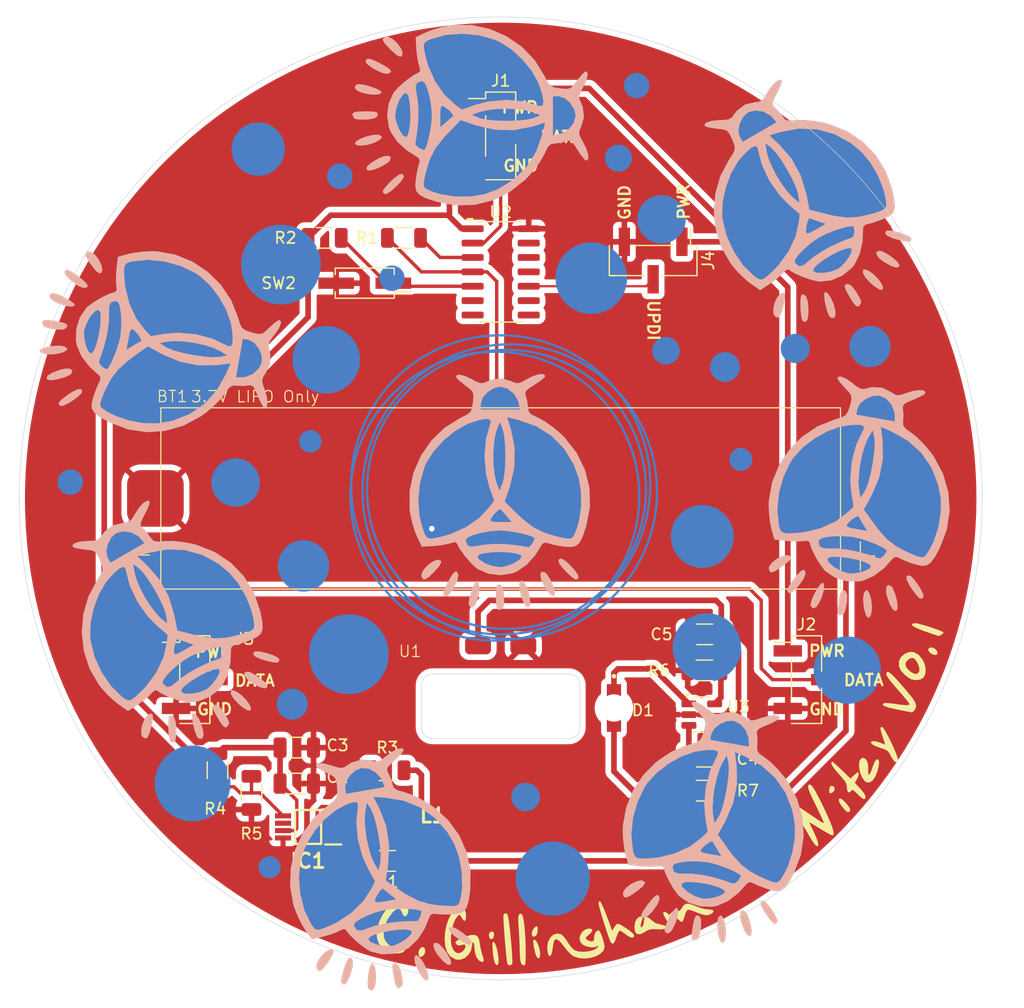
<source format=kicad_pcb>
(kicad_pcb (version 20221018) (generator pcbnew)
  (layers (0 "F.Cu" signal) (31 "B.Cu" signal) (34 "B.Paste" user) (35 "F.Paste" user) (36 "B.SilkS" user "B.Silkscreen") (37 "F.SilkS" user "F.Silkscreen") (38 "B.Mask" user) (39 "F.Mask" user) (44 "Edge.Cuts" user))
  (net 0 "")
  (net 1 "Net-(U2-PA6)")
  (net 2 "VBATT")
  (net 3 "GND")
  (net 4 "+5V")
  (net 5 "Net-(U1-V+)")
  (net 6 "Net-(IC1-LX)")
  (net 7 "Net-(IC1-EN)")
  (net 8 "Net-(IC1-FB)")
  (net 10 "Net-(J1-Pin_2)")
  (net 11 "Net-(J2-Pin_2)")
  (net 12 "Net-(U2-PA7)")
  (net 13 "Net-(U3-PROG)")
  (net 14 "Net-(J4-Pin_2)")
  (net 15 "Net-(U2-PA5)")
  (net 23 "Net-(U3-STAT)")
  (net 24 "Net-(D1-PadA)")
  (footprint "Resistor_SMD:R_1206_3216Metric" (layer "F.Cu") (at 134.4625 77)
    (fp_text reference "R2" (at -3.4625 0) (layer "F.SilkS"))
    (fp_text value "10k")
    (pad "1" smd roundrect (at -1.4625 0) (size 1.125 1.75) (layers "F.Cu" "F.Paste" "F.Mask") (roundrect_rratio 0.2222222222) (net 4 "+5V"))
    (pad "2" smd roundrect (at 1.4625 0) (size 1.125 1.75) (layers "F.Cu" "F.Paste" "F.Mask") (roundrect_rratio 0.2222222222) (net 12 "Net-(U2-PA7)"))
  )
  (footprint "Resistor_SMD:R_1206_3216Metric" (layer "F.Cu") (at 125 124 90)
    (fp_text reference "R4" (at -3.4 -0.2 180) (layer "F.SilkS"))
    (fp_text value "750K")
    (pad "1" smd roundrect (at -1.4625 0 90) (size 1.125 1.75) (layers "F.Cu" "F.Paste" "F.Mask") (roundrect_rratio 0.2222222222) (net 8 "Net-(IC1-FB)"))
    (pad "2" smd roundrect (at 1.4625 0 90) (size 1.125 1.75) (layers "F.Cu" "F.Paste" "F.Mask") (roundrect_rratio 0.2222222222) (net 4 "+5V"))
  )
  (footprint "Capacitor_SMD:C_1206_3216Metric" (layer "F.Cu") (at 140 132 180)
    (fp_text reference "C1" (at 0 -1.85) (layer "F.SilkS"))
    (fp_text value "22uF")
    (pad "1" smd roundrect (at -1.475 0 180) (size 1.15 1.8) (layers "F.Cu" "F.Paste" "F.Mask") (roundrect_rratio 0.2173913043) (net 2 "VBATT"))
    (pad "2" smd roundrect (at 1.475 0 180) (size 1.15 1.8) (layers "F.Cu" "F.Paste" "F.Mask") (roundrect_rratio 0.2173913043) (net 3 "GND"))
  )
  (footprint "SRN2510BTA-2R2M:SRN2510BTA2R2M" (layer "F.Cu") (at 140 128 -90)
    (fp_text reference "L1" (at 0 -4 -180) (layer "F.SilkS") (effects (font (size 1.27 1.27) (thickness 0.254))))
    (fp_text value "SRN2510BTA-2R2M" hide)
    (pad "1" smd rect (at -0.925 0 270) (size 1.15 2.5) (layers "F.Cu" "F.Paste" "F.Mask") (net 2 "VBATT"))
    (pad "2" smd rect (at 0.925 0 270) (size 1.15 2.5) (layers "F.Cu" "F.Paste" "F.Mask") (net 6 "Net-(IC1-LX)"))
  )
  (footprint "myFootprintDesigns:USB-C_PWR" (layer "F.Cu") (at 150 118.5)
    (fp_text reference "U1" (at -8 -5 unlocked) (layer "F.SilkS") (effects (font (thickness 0.1))))
    (fp_text value "USB-C_PWR")
    (fp_line (start -7 -2) (end -7 1.7) (stroke (width 0.05)) (layer "Edge.Cuts"))
    (fp_line (start -6 2.7) (end 6 2.7) (stroke (width 0.05)) (layer "Edge.Cuts"))
    (fp_line (start 6 -3) (end -6 -3) (stroke (width 0.05)) (layer "Edge.Cuts"))
    (fp_line (start 7 -2) (end 7 1.7) (stroke (width 0.05)) (layer "Edge.Cuts"))
    (fp_arc (start -7 -2) (mid -6.707107 -2.707107) (end -6 -3) (stroke (width 0.05)) (layer "Edge.Cuts"))
    (fp_arc (start -6 2.7) (mid -6.707107 2.407107) (end -7 1.7) (stroke (width 0.05)) (layer "Edge.Cuts"))
    (fp_arc (start 6 -3) (mid 6.707107 -2.707107) (end 7 -2) (stroke (width 0.05)) (layer "Edge.Cuts"))
    (fp_arc (start 7 1.7) (mid 6.707107 2.407107) (end 6 2.7) (stroke (width 0.05)) (layer "Edge.Cuts"))
    (pad "1" smd roundrect (at -2 -5.5) (size 2.286 1.524) (layers "F.Cu" "F.Paste" "F.Mask") (net 5 "Net-(U1-V+)"))
    (pad "2" smd roundrect (at 2 -5.5) (size 2.286 1.524) (layers "F.Cu" "F.Paste" "F.Mask") (net 3 "GND"))
  )
  (footprint "Resistor_SMD:R_1206_3216Metric" (layer "F.Cu") (at 141.4625 77 180)
    (fp_text reference "R1" (at 3.2625 0) (layer "F.SilkS"))
    (fp_text value "10k")
    (pad "1" smd roundrect (at -1.4625 0 180) (size 1.125 1.75) (layers "F.Cu" "F.Paste" "F.Mask") (roundrect_rratio 0.2222222222) (net 15 "Net-(U2-PA5)"))
    (pad "2" smd roundrect (at 1.4625 0 180) (size 1.125 1.75) (layers "F.Cu" "F.Paste" "F.Mask") (roundrect_rratio 0.2222222222) (net 1 "Net-(U2-PA6)"))
  )
  (footprint "IN-S124ARUW:LED_IN-S124ARUW" (layer "F.Cu") (at 160 118.5 -90)
    (fp_text reference "D1" (at 0.2 -2.56) (layer "F.SilkS") (effects (font (size 1.002709 1.002709))))
    (fp_text value "IN-S124ARUW")
    (fp_line (start -1.075 0.55) (end -1.025 0.625) (stroke (width 0.0001)) (layer "F.Cu"))
    (fp_line (start 1.075 0.55) (end 1.025 0.625) (stroke (width 0.0001)) (layer "B.Cu"))
    (fp_circle (center 0 0) (end 1.2 0) (stroke (width 0.01)) (fill none) (layer "Edge.Cuts"))
    (pad "" np_thru_hole circle (at 0 0 270) (size 2.4 2.4) (drill 2.4) (layers "*.Cu" "*.Mask"))
    (pad "A" smd custom (at 1.56 0 270) (size 0.381 0.381) (layers "F.Cu") (net 24 "Net-(D1-PadA)") (options (clearance outline) (anchor rect)) (primitives (gr_poly (pts (xy 0.54 0.625) (xy -0.535 0.625) (xy -0.512 0.587) (xy -0.491 0.549) (xy -0.472 0.51) (xy -0.453 0.47) (xy -0.437 0.429) (xy -0.421 0.388) (xy -0.408 0.346) (xy -0.396 0.304) (xy -0.385 0.261) (xy -0.376 0.218) (xy -0.369 0.175) (xy -0.363 0.131) (xy -0.359 0.088) (xy -0.357 0.044) (xy -0.356 0) (xy -0.357 -0.044) (xy -0.359 -0.088) (xy -0.363 -0.131) (xy -0.369 -0.175) (xy -0.376 -0.218) (xy -0.385 -0.261) (xy -0.396 -0.304) (xy -0.408 -0.346) (xy -0.421 -0.388) (xy -0.437 -0.429) (xy -0.453 -0.47) (xy -0.472 -0.51) (xy -0.491 -0.549) (xy -0.512 -0.587) (xy -0.535 -0.625) (xy 0.54 -0.625) (xy 0.54 0.625)) (width 0.01) (fill yes))))
    (pad "C" smd custom (at -1.56 0 270) (size 0.381 0.381) (layers "F.Cu") (net 23 "Net-(U3-STAT)") (options (clearance outline) (anchor rect)) (primitives (gr_poly (pts (xy -0.54 0.625) (xy 0.535 0.625) (xy 0.512 0.587) (xy 0.491 0.549) (xy 0.472 0.51) (xy 0.453 0.47) (xy 0.437 0.429) (xy 0.421 0.388) (xy 0.408 0.346) (xy 0.396 0.304) (xy 0.385 0.261) (xy 0.376 0.218) (xy 0.369 0.175) (xy 0.363 0.131) (xy 0.359 0.088) (xy 0.357 0.044) (xy 0.356 0) (xy 0.357 -0.044) (xy 0.359 -0.088) (xy 0.363 -0.131) (xy 0.369 -0.175) (xy 0.376 -0.218) (xy 0.385 -0.261) (xy 0.396 -0.304) (xy 0.408 -0.346) (xy 0.421 -0.388) (xy 0.437 -0.429) (xy 0.453 -0.47) (xy 0.472 -0.51) (xy 0.491 -0.549) (xy 0.512 -0.587) (xy 0.535 -0.625) (xy -0.54 -0.625) (xy -0.54 0.625)) (width 0.01) (fill yes))))
  )
  (footprint "Capacitor_SMD:C_1206_3216Metric" (layer "F.Cu") (at 168 122.8)
    (fp_text reference "C4" (at 3.8 0.2) (layer "F.SilkS"))
    (fp_text value "10uF")
    (pad "1" smd roundrect (at -1.475 0) (size 1.15 1.8) (layers "F.Cu" "F.Paste" "F.Mask") (roundrect_rratio 0.2173913043) (net 2 "VBATT"))
    (pad "2" smd roundrect (at 1.475 0) (size 1.15 1.8) (layers "F.Cu" "F.Paste" "F.Mask") (roundrect_rratio 0.2173913043) (net 3 "GND"))
  )
  (footprint "PAM2401:SOP65P490X110-8N" (layer "F.Cu") (at 133 129 180)
    (fp_text reference "IC1" (at 0 -3) (layer "F.SilkS") (effects (font (size 1.27 1.27) (thickness 0.254))))
    (fp_text value "PAM2401SCADJ" hide)
    (pad "1" smd rect (at -2.212 -0.975 270) (size 0.45 1.425) (layers "F.Cu" "F.Paste" "F.Mask") (net 6 "Net-(IC1-LX)"))
    (pad "2" smd rect (at -2.212 -0.325 270) (size 0.45 1.425) (layers "F.Cu" "F.Paste" "F.Mask") (net 7 "Net-(IC1-EN)"))
    (pad "3" smd rect (at -2.212 0.325 270) (size 0.45 1.425) (layers "F.Cu" "F.Paste" "F.Mask") (net 2 "VBATT"))
    (pad "4" smd rect (at -2.212 0.975 270) (size 0.45 1.425) (layers "F.Cu" "F.Paste" "F.Mask") (net 3 "GND"))
    (pad "5" smd rect (at 2.212 0.975 270) (size 0.45 1.425) (layers "F.Cu" "F.Paste" "F.Mask") (net 8 "Net-(IC1-FB)"))
    (pad "6" smd rect (at 2.212 0.325 270) (size 0.45 1.425) (layers "F.Cu" "F.Paste" "F.Mask"))
    (pad "7" smd rect (at 2.212 -0.325 270) (size 0.45 1.425) (layers "F.Cu" "F.Paste" "F.Mask") (net 4 "+5V"))
    (pad "8" smd rect (at 2.212 -0.975 270) (size 0.45 1.425) (layers "F.Cu" "F.Paste" "F.Mask") (net 3 "GND"))
  )
  (footprint "Package_SO:SOIC-14_3.9x8.7mm_P1.27mm" (layer "F.Cu") (at 150 80)
    (fp_text reference "U2" (at 0 -5.28) (layer "F.SilkS"))
    (fp_text value "ATtiny1614-SS")
    (pad "1" smd roundrect (at -2.475 -3.81) (size 1.95 0.6) (layers "F.Cu" "F.Paste" "F.Mask") (net 4 "+5V"))
    (pad "2" smd roundrect (at -2.475 -2.54) (size 1.95 0.6) (layers "F.Cu" "F.Paste" "F.Mask") (net 10 "Net-(J1-Pin_2)"))
    (pad "3" smd roundrect (at -2.475 -1.27) (size 1.95 0.6) (layers "F.Cu" "F.Paste" "F.Mask") (net 15 "Net-(U2-PA5)"))
    (pad "4" smd roundrect (at -2.475 0) (size 1.95 0.6) (layers "F.Cu" "F.Paste" "F.Mask") (net 1 "Net-(U2-PA6)"))
    (pad "5" smd roundrect (at -2.475 1.27) (size 1.95 0.6) (layers "F.Cu" "F.Paste" "F.Mask") (net 12 "Net-(U2-PA7)"))
    (pad "6" smd roundrect (at -2.475 2.54) (size 1.95 0.6) (layers "F.Cu" "F.Paste" "F.Mask"))
    (pad "7" smd roundrect (at -2.475 3.81) (size 1.95 0.6) (layers "F.Cu" "F.Paste" "F.Mask"))
    (pad "8" smd roundrect (at 2.475 3.81) (size 1.95 0.6) (layers "F.Cu" "F.Paste" "F.Mask"))
    (pad "9" smd roundrect (at 2.475 2.54) (size 1.95 0.6) (layers "F.Cu" "F.Paste" "F.Mask"))
    (pad "10" smd roundrect (at 2.475 1.27) (size 1.95 0.6) (layers "F.Cu" "F.Paste" "F.Mask") (net 14 "Net-(J4-Pin_2)"))
    (pad "11" smd roundrect (at 2.475 0) (size 1.95 0.6) (layers "F.Cu" "F.Paste" "F.Mask"))
    (pad "12" smd roundrect (at 2.475 -1.27) (size 1.95 0.6) (layers "F.Cu" "F.Paste" "F.Mask"))
    (pad "13" smd roundrect (at 2.475 -2.54) (size 1.95 0.6) (layers "F.Cu" "F.Paste" "F.Mask"))
    (pad "14" smd roundrect (at 2.475 -3.81) (size 1.95 0.6) (layers "F.Cu" "F.Paste" "F.Mask") (net 3 "GND"))
  )
  (footprint "Resistor_SMD:R_1206_3216Metric" (layer "F.Cu") (at 167.98 115.18125 180)
    (fp_text reference "R6" (at 3.98 0 180) (layer "F.SilkS"))
    (fp_text value "10k")
    (pad "1" smd roundrect (at -1.4625 0 180) (size 1.125 1.75) (layers "F.Cu" "F.Paste" "F.Mask") (roundrect_rratio 0.2222222222) (net 13 "Net-(U3-PROG)"))
    (pad "2" smd roundrect (at 1.4625 0 180) (size 1.125 1.75) (layers "F.Cu" "F.Paste" "F.Mask") (roundrect_rratio 0.2222222222) (net 3 "GND"))
  )
  (footprint "Connector_PinHeader_2.54mm:PinHeader_1x03_P2.54mm_Vertical_SMD_Pin1Left" (layer "F.Cu") (at 163.46 79 -90)
    (fp_text reference "J4" (at 0 -4.87 90) (layer "F.SilkS"))
    (fp_text value "Conn_01x03")
    (pad "1" smd rect (at -1.655 -2.54 270) (size 2.51 1) (layers "F.Cu" "F.Paste" "F.Mask") (net 4 "+5V"))
    (pad "2" smd rect (at 1.655 0 270) (size 2.51 1) (layers "F.Cu" "F.Paste" "F.Mask") (net 14 "Net-(J4-Pin_2)"))
    (pad "3" smd rect (at -1.655 2.54 270) (size 2.51 1) (layers "F.Cu" "F.Paste" "F.Mask") (net 3 "GND"))
  )
  (footprint "Resistor_SMD:R_1206_3216Metric" (layer "F.Cu") (at 128 126 90)
    (fp_text reference "R5" (at -3.6 0 180) (layer "F.SilkS"))
    (fp_text value "100K")
    (pad "1" smd roundrect (at -1.4625 0 90) (size 1.125 1.75) (layers "F.Cu" "F.Paste" "F.Mask") (roundrect_rratio 0.2222222222) (net 3 "GND"))
    (pad "2" smd roundrect (at 1.4625 0 90) (size 1.125 1.75) (layers "F.Cu" "F.Paste" "F.Mask") (roundrect_rratio 0.2222222222) (net 8 "Net-(IC1-FB)"))
  )
  (footprint "Connector_PinHeader_2.54mm:PinHeader_1x03_P2.54mm_Vertical_SMD_Pin1Left" (layer "F.Cu") (at 177 116)
    (fp_text reference "J2" (at 0 -4.87) (layer "F.SilkS"))
    (fp_text value "Conn_01x03")
    (pad "1" smd rect (at -1.655 -2.54) (size 2.51 1) (layers "F.Cu" "F.Paste" "F.Mask") (net 4 "+5V"))
    (pad "2" smd rect (at 1.655 0) (size 2.51 1) (layers "F.Cu" "F.Paste" "F.Mask") (net 11 "Net-(J2-Pin_2)"))
    (pad "3" smd rect (at -1.655 2.54) (size 2.51 1) (layers "F.Cu" "F.Paste" "F.Mask") (net 3 "GND"))
  )
  (footprint "Resistor_SMD:R_1206_3216Metric" (layer "F.Cu") (at 168 125.8 180)
    (fp_text reference "R7" (at -3.82 0 180) (layer "F.SilkS"))
    (fp_text value "1K")
    (pad "1" smd roundrect (at -1.5 0 180) (size 1.125 1.75) (layers "F.Cu" "F.Paste" "F.Mask") (roundrect_rratio 0.2222222222) (net 5 "Net-(U1-V+)"))
    (pad "2" smd roundrect (at 1.4625 0 180) (size 1.125 1.75) (layers "F.Cu" "F.Paste" "F.Mask") (roundrect_rratio 0.2222222222) (net 24 "Net-(D1-PadA)"))
  )
  (footprint "Connector_PinHeader_2.54mm:PinHeader_1x03_P2.54mm_Vertical_SMD_Pin1Left" (layer "F.Cu") (at 123 116)
    (fp_text reference "J3" (at 4.4 -3.6) (layer "F.SilkS"))
    (fp_text value "Conn_01x03")
    (pad "1" smd rect (at -1.655 -2.54) (size 2.51 1) (layers "F.Cu" "F.Paste" "F.Mask") (net 4 "+5V"))
    (pad "2" smd rect (at 1.655 0) (size 2.51 1) (layers "F.Cu" "F.Paste" "F.Mask") (net 11 "Net-(J2-Pin_2)"))
    (pad "3" smd rect (at -1.655 2.54) (size 2.51 1) (layers "F.Cu" "F.Paste" "F.Mask") (net 3 "GND"))
  )
  (footprint "Package_TO_SOT_SMD:SOT-23-5" (layer "F.Cu") (at 167.75 119.0875)
    (fp_text reference "U3" (at 3.25 -0.6875 180) (layer "F.SilkS"))
    (fp_text value "MCP73831-2-OT")
    (pad "1" smd roundrect (at -1.1375 -0.95) (size 1.325 0.6) (layers "F.Cu" "F.Paste" "F.Mask") (net 23 "Net-(U3-STAT)"))
    (pad "2" smd roundrect (at -1.1375 0) (size 1.325 0.6) (layers "F.Cu" "F.Paste" "F.Mask") (net 3 "GND"))
    (pad "3" smd roundrect (at -1.1375 0.95) (size 1.325 0.6) (layers "F.Cu" "F.Paste" "F.Mask") (net 2 "VBATT"))
    (pad "4" smd roundrect (at 1.1375 0.95) (size 1.325 0.6) (layers "F.Cu" "F.Paste" "F.Mask") (net 5 "Net-(U1-V+)"))
    (pad "5" smd roundrect (at 1.1375 -0.95) (size 1.325 0.6) (layers "F.Cu" "F.Paste" "F.Mask") (net 13 "Net-(U3-PROG)"))
  )
  (footprint "Capacitor_SMD:C_1206_3216Metric" (layer "F.Cu") (at 132 122)
    (fp_text reference "C3" (at 3.6 -0.2) (layer "F.SilkS"))
    (fp_text value "22uF")
    (pad "1" smd roundrect (at -1.475 0) (size 1.15 1.8) (layers "F.Cu" "F.Paste" "F.Mask") (roundrect_rratio 0.2173913043) (net 4 "+5V"))
    (pad "2" smd roundrect (at 1.475 0) (size 1.15 1.8) (layers "F.Cu" "F.Paste" "F.Mask") (roundrect_rratio 0.2173913043) (net 3 "GND"))
  )
  (footprint "Capacitor_SMD:C_1206_3216Metric" (layer "F.Cu") (at 168 112 180)
    (fp_text reference "C5" (at 3.8 0) (layer "F.SilkS"))
    (fp_text value "4.7uF")
    (pad "1" smd roundrect (at -1.475 0 180) (size 1.15 1.8) (layers "F.Cu" "F.Paste" "F.Mask") (roundrect_rratio 0.2173913043) (net 5 "Net-(U1-V+)"))
    (pad "2" smd roundrect (at 1.475 0 180) (size 1.15 1.8) (layers "F.Cu" "F.Paste" "F.Mask") (roundrect_rratio 0.2173913043) (net 3 "GND"))
  )
  (footprint "myFootprintDesigns:14500 Holder" (layer "F.Cu") (at 150 100)
    (fp_text reference "BT1" (at -29 -9 unlocked) (layer "F.SilkS") (effects (font (thickness 0.1))))
    (fp_text value "Battery_Cell")
    (pad "1" smd roundrect (at 30.48 0) (size 5 5) (layers "F.Cu" "F.Paste" "F.Mask") (net 2 "VBATT"))
    (pad "2" smd roundrect (at -30.48 0) (size 5 5) (layers "F.Cu" "F.Paste" "F.Mask") (net 3 "GND"))
  )
  (footprint "firefly:Untitled" (layer "F.Cu") (at 156.219123 130.698685)
    (fp_text reference "G***" hide)
    (fp_text value "LOGO" hide)
  )
  (footprint "Connector_PinHeader_2.54mm:PinHeader_2x01_P2.54mm_Vertical_SMD" (layer "F.Cu") (at 138 81 180)
    (fp_text reference "SW2" (at 7.6 0) (layer "F.SilkS"))
    (fp_text value "TILT")
    (pad "1" smd rect (at -2.525 0 180) (size 3.15 1) (layers "F.Cu" "F.Paste" "F.Mask") (net 12 "Net-(U2-PA7)"))
    (pad "2" smd rect (at 2.525 0 180) (size 3.15 1) (layers "F.Cu" "F.Paste" "F.Mask") (net 3 "GND"))
  )
  (footprint "Capacitor_SMD:C_1206_3216Metric" (layer "F.Cu") (at 132 125.175)
    (fp_text reference "C2" (at 3.6 -0.575) (layer "F.SilkS"))
    (fp_text value "22uF")
    (pad "1" smd roundrect (at -1.475 0) (size 1.15 1.8) (layers "F.Cu" "F.Paste" "F.Mask") (roundrect_rratio 0.2173913043) (net 4 "+5V"))
    (pad "2" smd roundrect (at 1.475 0) (size 1.15 1.8) (layers "F.Cu" "F.Paste" "F.Mask") (roundrect_rratio 0.2173913043) (net 3 "GND"))
  )
  (footprint "Connector_PinHeader_2.54mm:PinHeader_1x03_P2.54mm_Vertical_SMD_Pin1Left" (layer "F.Cu") (at 150 68)
    (fp_text reference "J1" (at 0 -4.87) (layer "F.SilkS"))
    (fp_text value "Conn_01x03")
    (pad "1" smd rect (at -1.655 -2.54) (size 2.51 1) (layers "F.Cu" "F.Paste" "F.Mask") (net 4 "+5V"))
    (pad "2" smd rect (at 1.655 0) (size 2.51 1) (layers "F.Cu" "F.Paste" "F.Mask") (net 10 "Net-(J1-Pin_2)"))
    (pad "3" smd rect (at -1.655 2.54) (size 2.51 1) (layers "F.Cu" "F.Paste" "F.Mask") (net 3 "GND"))
  )
  (footprint "Resistor_SMD:R_1206_3216Metric" (layer "F.Cu") (at 140 124 180)
    (fp_text reference "R3" (at 0 2) (layer "F.SilkS"))
    (fp_text value "750K")
    (pad "1" smd roundrect (at -1.4625 0 180) (size 1.125 1.75) (layers "F.Cu" "F.Paste" "F.Mask") (roundrect_rratio 0.2222222222) (net 2 "VBATT"))
    (pad "2" smd roundrect (at 1.4625 0 180) (size 1.125 1.75) (layers "F.Cu" "F.Paste" "F.Mask") (roundrect_rratio 0.2222222222) (net 7 "Net-(IC1-EN)"))
  )
  (footprint "myFootprintDesigns:fireflyTouchNB" (layer "B.Cu") (at 120.8 86.35 80)
    (fp_text reference "REF**" hide)
    (fp_text value "fireflyTouchNB")
    (fp_poly (pts (xy -3.597108 9.37927) (xy -3.043792 9.203441) (xy -2.513679 8.936989) (xy -2.009156 8.662391) (xy -1.675745 8.573648) (xy -1.366747 8.649934) (xy -1.170159 8.746269) (xy -0.284077 9.00772) (xy 0.617014 8.899132) (xy 0.972198 8.74911) (xy 1.318808 8.599901) (xy 1.62073 8.59533) (xy 2.016811 8.755801) (xy 2.388749 8.957284) (xy 3.014169 9.245386) (xy 3.480155 9.338807) (xy 3.590375 9.318609) (xy 3.736596 9.225444) (xy 3.718568 9.083262) (xy 3.497104 8.846919) (xy 3.033016 8.471275) (xy 2.516681 8.081793) (xy 2.286056 7.842697) (xy 2.203767 7.506781) (xy 2.239954 6.942547) (xy 2.24621 6.890638) (xy 2.328936 6.371654) (xy 2.478672 6.045726) (xy 2.788089 5.798163) (xy 3.349857 5.514275) (xy 3.363538 5.507801) (xy 4.747856 4.651269) (xy 5.918763 3.522156) (xy 6.844863 2.179933) (xy 7.494763 0.684074) (xy 7.837068 -0.905951) (xy 7.840384 -2.530668) (xy 7.793066 -2.88334) (xy 7.615888 -3.70015) (xy 7.364875 -4.518738) (xy 7.180108 -4.97371) (xy 6.761053 -5.850297) (xy 5.762437 -5.796899) (xy 5.076852 -5.727975) (xy 4.467027 -5.613442) (xy 4.249961 -5.548132) (xy 3.825608 -5.452097) (xy 3.67478 -5.536729) (xy 3.415183 -6.038102) (xy 2.971836 -6.657755) (xy 2.448581 -7.266962) (xy 1.949258 -7.736995) (xy 1.828057 -7.826013) (xy 0.911836 -8.233117) (xy -0.135416 -8.367993) (xy -1.171017 -8.220717) (xy -1.587087 -8.06357) (xy -2.460941 -7.477802) (xy -3.242784 -6.620498) (xy -3.673244 -5.927817) (xy -3.916913 -5.563328) (xy -4.18251 -5.491403) (xy -4.377181 -5.547883) (xy -4.814426 -5.668074) (xy -5.441721 -5.79068) (xy -5.769244 -5.840743) (xy -6.3907 -5.887034) (xy -6.837681 -5.788957) (xy -7.171774 -5.490268) (xy -7.454566 -4.934724) (xy -7.747644 -4.066083) (xy -7.761175 -4.021647) (xy -8.084978 -2.334469) (xy -8.042057 -0.665889) (xy -7.644079 0.942263) (xy -6.902712 2.448159) (xy -5.829624 3.809971) (xy -5.481708 4.150145) (xy -4.817426 4.706858) (xy -4.119473 5.199586) (xy -3.530788 5.528138) (xy -3.492606 5.544366) (xy -2.956249 5.799579) (xy -2.696261 6.04529) (xy -2.623 6.370769) (xy -2.622493 6.410871) (xy -2.550283 7.004381) (xy -2.441042 7.395184) (xy -2.367919 7.681188) (xy -2.451705 7.908672) (xy -2.754663 8.164118) (xy -3.199251 8.448309) (xy -3.705679 8.790333) (xy -4.046587 9.078804) (xy -4.138201 9.217354) (xy -3.989255 9.388627)) (fill solid) (layer "B.Cu"))
  )
  (footprint "myFootprintDesigns:fireflyTouchNB" (layer "B.Cu") (at 168.95 127.75 170)
    (fp_text reference "REF**" hide)
    (fp_text value "fireflyTouchNB")
    (fp_poly (pts (xy -3.597108 9.37927) (xy -3.043792 9.203441) (xy -2.513679 8.936989) (xy -2.009156 8.662391) (xy -1.675745 8.573648) (xy -1.366747 8.649934) (xy -1.170159 8.746269) (xy -0.284077 9.00772) (xy 0.617014 8.899132) (xy 0.972198 8.74911) (xy 1.318808 8.599901) (xy 1.62073 8.59533) (xy 2.016811 8.755801) (xy 2.388749 8.957284) (xy 3.014169 9.245386) (xy 3.480155 9.338807) (xy 3.590375 9.318609) (xy 3.736596 9.225444) (xy 3.718568 9.083262) (xy 3.497104 8.846919) (xy 3.033016 8.471275) (xy 2.516681 8.081793) (xy 2.286056 7.842697) (xy 2.203767 7.506781) (xy 2.239954 6.942547) (xy 2.24621 6.890638) (xy 2.328936 6.371654) (xy 2.478672 6.045726) (xy 2.788089 5.798163) (xy 3.349857 5.514275) (xy 3.363538 5.507801) (xy 4.747856 4.651269) (xy 5.918763 3.522156) (xy 6.844863 2.179933) (xy 7.494763 0.684074) (xy 7.837068 -0.905951) (xy 7.840384 -2.530668) (xy 7.793066 -2.88334) (xy 7.615888 -3.70015) (xy 7.364875 -4.518738) (xy 7.180108 -4.97371) (xy 6.761053 -5.850297) (xy 5.762437 -5.796899) (xy 5.076852 -5.727975) (xy 4.467027 -5.613442) (xy 4.249961 -5.548132) (xy 3.825608 -5.452097) (xy 3.67478 -5.536729) (xy 3.415183 -6.038102) (xy 2.971836 -6.657755) (xy 2.448581 -7.266962) (xy 1.949258 -7.736995) (xy 1.828057 -7.826013) (xy 0.911836 -8.233117) (xy -0.135416 -8.367993) (xy -1.171017 -8.220717) (xy -1.587087 -8.06357) (xy -2.460941 -7.477802) (xy -3.242784 -6.620498) (xy -3.673244 -5.927817) (xy -3.916913 -5.563328) (xy -4.18251 -5.491403) (xy -4.377181 -5.547883) (xy -4.814426 -5.668074) (xy -5.441721 -5.79068) (xy -5.769244 -5.840743) (xy -6.3907 -5.887034) (xy -6.837681 -5.788957) (xy -7.171774 -5.490268) (xy -7.454566 -4.934724) (xy -7.747644 -4.066083) (xy -7.761175 -4.021647) (xy -8.084978 -2.334469) (xy -8.042057 -0.665889) (xy -7.644079 0.942263) (xy -6.902712 2.448159) (xy -5.829624 3.809971) (xy -5.481708 4.150145) (xy -4.817426 4.706858) (xy -4.119473 5.199586) (xy -3.530788 5.528138) (xy -3.492606 5.544366) (xy -2.956249 5.799579) (xy -2.696261 6.04529) (xy -2.623 6.370769) (xy -2.622493 6.410871) (xy -2.550283 7.004381) (xy -2.441042 7.395184) (xy -2.367919 7.681188) (xy -2.451705 7.908672) (xy -2.754663 8.164118) (xy -3.199251 8.448309) (xy -3.705679 8.790333) (xy -4.046587 9.078804) (xy -4.138201 9.217354) (xy -3.989255 9.388627)) (fill solid) (layer "B.Cu"))
  )
  (footprint "myFootprintDesigns:fireflyTouchNB" (layer "B.Cu") (at 175.834875 73.165105 -150)
    (fp_text reference "REF**" hide)
    (fp_text value "fireflyTouchNB")
    (fp_poly (pts (xy -3.597108 9.37927) (xy -3.043792 9.203441) (xy -2.513679 8.936989) (xy -2.009156 8.662391) (xy -1.675745 8.573648) (xy -1.366747 8.649934) (xy -1.170159 8.746269) (xy -0.284077 9.00772) (xy 0.617014 8.899132) (xy 0.972198 8.74911) (xy 1.318808 8.599901) (xy 1.62073 8.59533) (xy 2.016811 8.755801) (xy 2.388749 8.957284) (xy 3.014169 9.245386) (xy 3.480155 9.338807) (xy 3.590375 9.318609) (xy 3.736596 9.225444) (xy 3.718568 9.083262) (xy 3.497104 8.846919) (xy 3.033016 8.471275) (xy 2.516681 8.081793) (xy 2.286056 7.842697) (xy 2.203767 7.506781) (xy 2.239954 6.942547) (xy 2.24621 6.890638) (xy 2.328936 6.371654) (xy 2.478672 6.045726) (xy 2.788089 5.798163) (xy 3.349857 5.514275) (xy 3.363538 5.507801) (xy 4.747856 4.651269) (xy 5.918763 3.522156) (xy 6.844863 2.179933) (xy 7.494763 0.684074) (xy 7.837068 -0.905951) (xy 7.840384 -2.530668) (xy 7.793066 -2.88334) (xy 7.615888 -3.70015) (xy 7.364875 -4.518738) (xy 7.180108 -4.97371) (xy 6.761053 -5.850297) (xy 5.762437 -5.796899) (xy 5.076852 -5.727975) (xy 4.467027 -5.613442) (xy 4.249961 -5.548132) (xy 3.825608 -5.452097) (xy 3.67478 -5.536729) (xy 3.415183 -6.038102) (xy 2.971836 -6.657755) (xy 2.448581 -7.266962) (xy 1.949258 -7.736995) (xy 1.828057 -7.826013) (xy 0.911836 -8.233117) (xy -0.135416 -8.367993) (xy -1.171017 -8.220717) (xy -1.587087 -8.06357) (xy -2.460941 -7.477802) (xy -3.242784 -6.620498) (xy -3.673244 -5.927817) (xy -3.916913 -5.563328) (xy -4.18251 -5.491403) (xy -4.377181 -5.547883) (xy -4.814426 -5.668074) (xy -5.441721 -5.79068) (xy -5.769244 -5.840743) (xy -6.3907 -5.887034) (xy -6.837681 -5.788957) (xy -7.171774 -5.490268) (xy -7.454566 -4.934724) (xy -7.747644 -4.066083) (xy -7.761175 -4.021647) (xy -8.084978 -2.334469) (xy -8.042057 -0.665889) (xy -7.644079 0.942263) (xy -6.902712 2.448159) (xy -5.829624 3.809971) (xy -5.481708 4.150145) (xy -4.817426 4.706858) (xy -4.119473 5.199586) (xy -3.530788 5.528138) (xy -3.492606 5.544366) (xy -2.956249 5.799579) (xy -2.696261 6.04529) (xy -2.623 6.370769) (xy -2.622493 6.410871) (xy -2.550283 7.004381) (xy -2.441042 7.395184) (xy -2.367919 7.681188) (xy -2.451705 7.908672) (xy -2.754663 8.164118) (xy -3.199251 8.448309) (xy -3.705679 8.790333) (xy -4.046587 9.078804) (xy -4.138201 9.217354) (xy -3.989255 9.388627)) (fill solid) (layer "B.Cu"))
  )
  (footprint "myFootprintDesigns:fireflyTouchNB" (layer "B.Cu") (at 138.971152 131.976437 -170)
    (fp_text reference "REF**" hide)
    (fp_text value "fireflyTouchNB")
    (fp_poly (pts (xy -3.597108 9.37927) (xy -3.043792 9.203441) (xy -2.513679 8.936989) (xy -2.009156 8.662391) (xy -1.675745 8.573648) (xy -1.366747 8.649934) (xy -1.170159 8.746269) (xy -0.284077 9.00772) (xy 0.617014 8.899132) (xy 0.972198 8.74911) (xy 1.318808 8.599901) (xy 1.62073 8.59533) (xy 2.016811 8.755801) (xy 2.388749 8.957284) (xy 3.014169 9.245386) (xy 3.480155 9.338807) (xy 3.590375 9.318609) (xy 3.736596 9.225444) (xy 3.718568 9.083262) (xy 3.497104 8.846919) (xy 3.033016 8.471275) (xy 2.516681 8.081793) (xy 2.286056 7.842697) (xy 2.203767 7.506781) (xy 2.239954 6.942547) (xy 2.24621 6.890638) (xy 2.328936 6.371654) (xy 2.478672 6.045726) (xy 2.788089 5.798163) (xy 3.349857 5.514275) (xy 3.363538 5.507801) (xy 4.747856 4.651269) (xy 5.918763 3.522156) (xy 6.844863 2.179933) (xy 7.494763 0.684074) (xy 7.837068 -0.905951) (xy 7.840384 -2.530668) (xy 7.793066 -2.88334) (xy 7.615888 -3.70015) (xy 7.364875 -4.518738) (xy 7.180108 -4.97371) (xy 6.761053 -5.850297) (xy 5.762437 -5.796899) (xy 5.076852 -5.727975) (xy 4.467027 -5.613442) (xy 4.249961 -5.548132) (xy 3.825608 -5.452097) (xy 3.67478 -5.536729) (xy 3.415183 -6.038102) (xy 2.971836 -6.657755) (xy 2.448581 -7.266962) (xy 1.949258 -7.736995) (xy 1.828057 -7.826013) (xy 0.911836 -8.233117) (xy -0.135416 -8.367993) (xy -1.171017 -8.220717) (xy -1.587087 -8.06357) (xy -2.460941 -7.477802) (xy -3.242784 -6.620498) (xy -3.673244 -5.927817) (xy -3.916913 -5.563328) (xy -4.18251 -5.491403) (xy -4.377181 -5.547883) (xy -4.814426 -5.668074) (xy -5.441721 -5.79068) (xy -5.769244 -5.840743) (xy -6.3907 -5.887034) (xy -6.837681 -5.788957) (xy -7.171774 -5.490268) (xy -7.454566 -4.934724) (xy -7.747644 -4.066083) (xy -7.761175 -4.021647) (xy -8.084978 -2.334469) (xy -8.042057 -0.665889) (xy -7.644079 0.942263) (xy -6.902712 2.448159) (xy -5.829624 3.809971) (xy -5.481708 4.150145) (xy -4.817426 4.706858) (xy -4.119473 5.199586) (xy -3.530788 5.528138) (xy -3.492606 5.544366) (xy -2.956249 5.799579) (xy -2.696261 6.04529) (xy -2.623 6.370769) (xy -2.622493 6.410871) (xy -2.550283 7.004381) (xy -2.441042 7.395184) (xy -2.367919 7.681188) (xy -2.451705 7.908672) (xy -2.754663 8.164118) (xy -3.199251 8.448309) (xy -3.705679 8.790333) (xy -4.046587 9.078804) (xy -4.138201 9.217354) (xy -3.989255 9.388627)) (fill solid) (layer "B.Cu"))
  )
  (footprint "myFootprintDesigns:fireflyTouchNB" (layer "B.Cu") (at 181.834875 99.040105 170)
    (fp_text reference "REF**" hide)
    (fp_text value "fireflyTouchNB")
    (fp_poly (pts (xy -3.597108 9.37927) (xy -3.043792 9.203441) (xy -2.513679 8.936989) (xy -2.009156 8.662391) (xy -1.675745 8.573648) (xy -1.366747 8.649934) (xy -1.170159 8.746269) (xy -0.284077 9.00772) (xy 0.617014 8.899132) (xy 0.972198 8.74911) (xy 1.318808 8.599901) (xy 1.62073 8.59533) (xy 2.016811 8.755801) (xy 2.388749 8.957284) (xy 3.014169 9.245386) (xy 3.480155 9.338807) (xy 3.590375 9.318609) (xy 3.736596 9.225444) (xy 3.718568 9.083262) (xy 3.497104 8.846919) (xy 3.033016 8.471275) (xy 2.516681 8.081793) (xy 2.286056 7.842697) (xy 2.203767 7.506781) (xy 2.239954 6.942547) (xy 2.24621 6.890638) (xy 2.328936 6.371654) (xy 2.478672 6.045726) (xy 2.788089 5.798163) (xy 3.349857 5.514275) (xy 3.363538 5.507801) (xy 4.747856 4.651269) (xy 5.918763 3.522156) (xy 6.844863 2.179933) (xy 7.494763 0.684074) (xy 7.837068 -0.905951) (xy 7.840384 -2.530668) (xy 7.793066 -2.88334) (xy 7.615888 -3.70015) (xy 7.364875 -4.518738) (xy 7.180108 -4.97371) (xy 6.761053 -5.850297) (xy 5.762437 -5.796899) (xy 5.076852 -5.727975) (xy 4.467027 -5.613442) (xy 4.249961 -5.548132) (xy 3.825608 -5.452097) (xy 3.67478 -5.536729) (xy 3.415183 -6.038102) (xy 2.971836 -6.657755) (xy 2.448581 -7.266962) (xy 1.949258 -7.736995) (xy 1.828057 -7.826013) (xy 0.911836 -8.233117) (xy -0.135416 -8.367993) (xy -1.171017 -8.220717) (xy -1.587087 -8.06357) (xy -2.460941 -7.477802) (xy -3.242784 -6.620498) (xy -3.673244 -5.927817) (xy -3.916913 -5.563328) (xy -4.18251 -5.491403) (xy -4.377181 -5.547883) (xy -4.814426 -5.668074) (xy -5.441721 -5.79068) (xy -5.769244 -5.840743) (xy -6.3907 -5.887034) (xy -6.837681 -5.788957) (xy -7.171774 -5.490268) (xy -7.454566 -4.934724) (xy -7.747644 -4.066083) (xy -7.761175 -4.021647) (xy -8.084978 -2.334469) (xy -8.042057 -0.665889) (xy -7.644079 0.942263) (xy -6.902712 2.448159) (xy -5.829624 3.809971) (xy -5.481708 4.150145) (xy -4.817426 4.706858) (xy -4.119473 5.199586) (xy -3.530788 5.528138) (xy -3.492606 5.544366) (xy -2.956249 5.799579) (xy -2.696261 6.04529) (xy -2.623 6.370769) (xy -2.622493 6.410871) (xy -2.550283 7.004381) (xy -2.441042 7.395184) (xy -2.367919 7.681188) (xy -2.451705 7.908672) (xy -2.754663 8.164118) (xy -3.199251 8.448309) (xy -3.705679 8.790333) (xy -4.046587 9.078804) (xy -4.138201 9.217354) (xy -3.989255 9.388627)) (fill solid) (layer "B.Cu"))
  )
  (footprint "myFootprintDesigns:fireflyTouchNB" (layer "B.Cu") (at 148.35 66.05 90)
    (fp_text reference "REF**" hide)
    (fp_text value "fireflyTouchNB")
    (fp_poly (pts (xy -3.597108 9.37927) (xy -3.043792 9.203441) (xy -2.513679 8.936989) (xy -2.009156 8.662391) (xy -1.675745 8.573648) (xy -1.366747 8.649934) (xy -1.170159 8.746269) (xy -0.284077 9.00772) (xy 0.617014 8.899132) (xy 0.972198 8.74911) (xy 1.318808 8.599901) (xy 1.62073 8.59533) (xy 2.016811 8.755801) (xy 2.388749 8.957284) (xy 3.014169 9.245386) (xy 3.480155 9.338807) (xy 3.590375 9.318609) (xy 3.736596 9.225444) (xy 3.718568 9.083262) (xy 3.497104 8.846919) (xy 3.033016 8.471275) (xy 2.516681 8.081793) (xy 2.286056 7.842697) (xy 2.203767 7.506781) (xy 2.239954 6.942547) (xy 2.24621 6.890638) (xy 2.328936 6.371654) (xy 2.478672 6.045726) (xy 2.788089 5.798163) (xy 3.349857 5.514275) (xy 3.363538 5.507801) (xy 4.747856 4.651269) (xy 5.918763 3.522156) (xy 6.844863 2.179933) (xy 7.494763 0.684074) (xy 7.837068 -0.905951) (xy 7.840384 -2.530668) (xy 7.793066 -2.88334) (xy 7.615888 -3.70015) (xy 7.364875 -4.518738) (xy 7.180108 -4.97371) (xy 6.761053 -5.850297) (xy 5.762437 -5.796899) (xy 5.076852 -5.727975) (xy 4.467027 -5.613442) (xy 4.249961 -5.548132) (xy 3.825608 -5.452097) (xy 3.67478 -5.536729) (xy 3.415183 -6.038102) (xy 2.971836 -6.657755) (xy 2.448581 -7.266962) (xy 1.949258 -7.736995) (xy 1.828057 -7.826013) (xy 0.911836 -8.233117) (xy -0.135416 -8.367993) (xy -1.171017 -8.220717) (xy -1.587087 -8.06357) (xy -2.460941 -7.477802) (xy -3.242784 -6.620498) (xy -3.673244 -5.927817) (xy -3.916913 -5.563328) (xy -4.18251 -5.491403) (xy -4.377181 -5.547883) (xy -4.814426 -5.668074) (xy -5.441721 -5.79068) (xy -5.769244 -5.840743) (xy -6.3907 -5.887034) (xy -6.837681 -5.788957) (xy -7.171774 -5.490268) (xy -7.454566 -4.934724) (xy -7.747644 -4.066083) (xy -7.761175 -4.021647) (xy -8.084978 -2.334469) (xy -8.042057 -0.665889) (xy -7.644079 0.942263) (xy -6.902712 2.448159) (xy -5.829624 3.809971) (xy -5.481708 4.150145) (xy -4.817426 4.706858) (xy -4.119473 5.199586) (xy -3.530788 5.528138) (xy -3.492606 5.544366) (xy -2.956249 5.799579) (xy -2.696261 6.04529) (xy -2.623 6.370769) (xy -2.622493 6.410871) (xy -2.550283 7.004381) (xy -2.441042 7.395184) (xy -2.367919 7.681188) (xy -2.451705 7.908672) (xy -2.754663 8.164118) (xy -3.199251 8.448309) (xy -3.705679 8.790333) (xy -4.046587 9.078804) (xy -4.138201 9.217354) (xy -3.989255 9.388627)) (fill solid) (layer "B.Cu"))
  )
  (footprint "myFootprintDesigns:fireflyTouchNB" (layer "B.Cu") (at 120.034875 110.315105 -150)
    (fp_text reference "REF**" hide)
    (fp_text value "fireflyTouchNB")
    (fp_poly (pts (xy -3.597108 9.37927) (xy -3.043792 9.203441) (xy -2.513679 8.936989) (xy -2.009156 8.662391) (xy -1.675745 8.573648) (xy -1.366747 8.649934) (xy -1.170159 8.746269) (xy -0.284077 9.00772) (xy 0.617014 8.899132) (xy 0.972198 8.74911) (xy 1.318808 8.599901) (xy 1.62073 8.59533) (xy 2.016811 8.755801) (xy 2.388749 8.957284) (xy 3.014169 9.245386) (xy 3.480155 9.338807) (xy 3.590375 9.318609) (xy 3.736596 9.225444) (xy 3.718568 9.083262) (xy 3.497104 8.846919) (xy 3.033016 8.471275) (xy 2.516681 8.081793) (xy 2.286056 7.842697) (xy 2.203767 7.506781) (xy 2.239954 6.942547) (xy 2.24621 6.890638) (xy 2.328936 6.371654) (xy 2.478672 6.045726) (xy 2.788089 5.798163) (xy 3.349857 5.514275) (xy 3.363538 5.507801) (xy 4.747856 4.651269) (xy 5.918763 3.522156) (xy 6.844863 2.179933) (xy 7.494763 0.684074) (xy 7.837068 -0.905951) (xy 7.840384 -2.530668) (xy 7.793066 -2.88334) (xy 7.615888 -3.70015) (xy 7.364875 -4.518738) (xy 7.180108 -4.97371) (xy 6.761053 -5.850297) (xy 5.762437 -5.796899) (xy 5.076852 -5.727975) (xy 4.467027 -5.613442) (xy 4.249961 -5.548132) (xy 3.825608 -5.452097) (xy 3.67478 -5.536729) (xy 3.415183 -6.038102) (xy 2.971836 -6.657755) (xy 2.448581 -7.266962) (xy 1.949258 -7.736995) (xy 1.828057 -7.826013) (xy 0.911836 -8.233117) (xy -0.135416 -8.367993) (xy -1.171017 -8.220717) (xy -1.587087 -8.06357) (xy -2.460941 -7.477802) (xy -3.242784 -6.620498) (xy -3.673244 -5.927817) (xy -3.916913 -5.563328) (xy -4.18251 -5.491403) (xy -4.377181 -5.547883) (xy -4.814426 -5.668074) (xy -5.441721 -5.79068) (xy -5.769244 -5.840743) (xy -6.3907 -5.887034) (xy -6.837681 -5.788957) (xy -7.171774 -5.490268) (xy -7.454566 -4.934724) (xy -7.747644 -4.066083) (xy -7.761175 -4.021647) (xy -8.084978 -2.334469) (xy -8.042057 -0.665889) (xy -7.644079 0.942263) (xy -6.902712 2.448159) (xy -5.829624 3.809971) (xy -5.481708 4.150145) (xy -4.817426 4.706858) (xy -4.119473 5.199586) (xy -3.530788 5.528138) (xy -3.492606 5.544366) (xy -2.956249 5.799579) (xy -2.696261 6.04529) (xy -2.623 6.370769) (xy -2.622493 6.410871) (xy -2.550283 7.004381) (xy -2.441042 7.395184) (xy -2.367919 7.681188) (xy -2.451705 7.908672) (xy -2.754663 8.164118) (xy -3.199251 8.448309) (xy -3.705679 8.790333) (xy -4.046587 9.078804) (xy -4.138201 9.217354) (xy -3.989255 9.388627)) (fill solid) (layer "B.Cu"))
  )
  (footprint "myFootprintDesigns:fireflyTouch" (layer "B.Cu") (at 150 100 180)
    (fp_text reference "B1" hide)
    (fp_text value "~")
    (fp_poly (pts (xy -3.395197 10.971107) (xy -2.841881 10.795278) (xy -2.311768 10.528826) (xy -1.807245 10.254228) (xy -1.473834 10.165485) (xy -1.164836 10.241771) (xy -0.968248 10.338106) (xy -0.082166 10.599557) (xy 0.818925 10.490969) (xy 1.174109 10.340947) (xy 1.520719 10.191738) (xy 1.822641 10.187167) (xy 2.218722 10.347638) (xy 2.59066 10.549121) (xy 3.21608 10.837223) (xy 3.682066 10.930644) (xy 3.792286 10.910446) (xy 3.938507 10.817281) (xy 3.920479 10.675099) (xy 3.699015 10.438756) (xy 3.234927 10.063112) (xy 2.718592 9.67363) (xy 2.487967 9.434534) (xy 2.405678 9.098618) (xy 2.441865 8.534384) (xy 2.448121 8.482475) (xy 2.530847 7.963491) (xy 2.680583 7.637563) (xy 2.99 7.39) (xy 3.551768 7.106112) (xy 3.565449 7.099638) (xy 4.949767 6.243106) (xy 6.120674 5.113993) (xy 7.046774 3.77177) (xy 7.696674 2.275911) (xy 8.038979 0.685886) (xy 8.042295 -0.938831) (xy 7.994977 -1.291503) (xy 7.817799 -2.108313) (xy 7.566786 -2.926901) (xy 7.382019 -3.381873) (xy 6.962964 -4.25846) (xy 5.964348 -4.205062) (xy 5.278763 -4.136138) (xy 4.668938 -4.021605) (xy 4.451872 -3.956295) (xy 4.027519 -3.86026) (xy 3.876691 -3.944892) (xy 3.617094 -4.446265) (xy 3.173747 -5.065918) (xy 2.650492 -5.675125) (xy 2.151169 -6.145158) (xy 2.029968 -6.234176) (xy 1.113747 -6.64128) (xy 0.066495 -6.776156) (xy -0.969106 -6.62888) (xy -1.385176 -6.471733) (xy -2.25903 -5.885965) (xy -3.040873 -5.028661) (xy -3.471333 -4.33598) (xy -3.715002 -3.971491) (xy -3.980599 -3.899566) (xy -4.17527 -3.956046) (xy -4.612515 -4.076237) (xy -5.23981 -4.198843) (xy -5.567333 -4.248906) (xy -6.188789 -4.295197) (xy -6.63577 -4.19712) (xy -6.969863 -3.898431) (xy -7.252655 -3.342887) (xy -7.545733 -2.474246) (xy -7.559264 -2.42981) (xy -7.883067 -0.742632) (xy -7.840146 0.925948) (xy -7.442168 2.5341) (xy -6.700801 4.039996) (xy -5.627713 5.401808) (xy -5.279797 5.741982) (xy -4.615515 6.298695) (xy -3.917562 6.791423) (xy -3.328877 7.119975) (xy -3.290695 7.136203) (xy -2.754338 7.391416) (xy -2.49435 7.637127) (xy -2.421089 7.962606) (xy -2.420582 8.002708) (xy -2.348372 8.596218) (xy -2.239131 8.987021) (xy -2.166008 9.273025) (xy -2.249794 9.500509) (xy -2.552752 9.755955) (xy -2.99734 10.040146) (xy -3.503768 10.38217) (xy -3.844676 10.670641) (xy -3.93629 10.809191) (xy -3.787344 10.980464)) (fill solid) (layer "B.Cu"))
    (pad "1" thru_hole circle (at 6.08 -2.67 180) (size 1 1) (drill 0.5) (layers "*.Cu" "*.Mask") (net 1 "Net-(U2-PA6)"))
  )
  (gr_circle (center 134.6 87.760393) (end 137.2 89) (stroke (width 0.2)) (fill solid) (layer "B.Cu"))
  (gr_circle (center 136.6 113.760393) (end 139.6 115.4) (stroke (width 0.2)) (fill solid) (layer "B.Cu"))
  (gr_circle (center 126.6 98.6) (end 128.6 99) (stroke (width 0.2)) (fill solid) (layer "B.Cu"))
  (gr_circle (center 122.8 125.160393) (end 125.8 126.4) (stroke (width 0.2)) (fill solid) (layer "B.Cu"))
  (gr_circle (center 180.6 115.160393) (end 183.4 115.8) (stroke (width 0.2)) (fill solid) (layer "B.Cu"))
  (gr_circle (center 176 86.760393) (end 177 87.4) (stroke (width 0.2)) (fill solid) (layer "B.Cu"))
  (gr_circle (center 133.2 94.960393) (end 134 95.360393) (stroke (width 0.2)) (fill solid) (layer "B.Cu"))
  (gr_circle (center 169.8 88.4) (end 171 88.6) (stroke (width 0.2)) (fill solid) (layer "B.Cu"))
  (gr_circle (center 168.2 113.160393) (end 171 114) (stroke (width 0.2)) (fill solid) (layer "B.Cu"))
  (gr_circle (center 112 98.560393) (end 112.8 99.2) (stroke (width 0.2)) (fill solid) (layer "B.Cu"))
  (gr_circle (center 164.6 86.960393) (end 165 88) (stroke (width 0.2)) (fill solid) (layer "B.Cu"))
  (gr_circle (center 152.2 126.360393) (end 153 127.2) (stroke (width 0.2)) (fill solid) (layer "B.Cu"))
  (gr_circle (center 150.513003 99.2) (end 138.200177 99.266118) (stroke (width 0.2)) (fill none) (layer "B.Cu"))
  (gr_circle (center 150 98.8) (end 163.2 98.8) (stroke (width 0.2)) (fill none) (layer "B.Cu"))
  (gr_circle (center 158 80.560393) (end 160.8 81.8) (stroke (width 0.2)) (fill solid) (layer "B.Cu"))
  (gr_circle (center 162 63.560393) (end 162.8 64.2) (stroke (width 0.2)) (fill solid) (layer "B.Cu"))
  (gr_circle (center 140.4 80.560393) (end 141.4 80.8) (stroke (width 0.2)) (fill solid) (layer "B.Cu"))
  (gr_circle (center 131.6 118.160393) (end 132.8 118.560393) (stroke (width 0.2)) (fill solid) (layer "B.Cu"))
  (gr_circle (center 128.6 69.160393) (end 130.6 70.2) (stroke (width 0.2)) (fill solid) (layer "B.Cu"))
  (gr_circle (center 129.6 132.560393) (end 130.2 133.2) (stroke (width 0.2)) (fill solid) (layer "B.Cu"))
  (gr_circle (center 130.6 79.360393) (end 133.6 81) (stroke (width 0.2)) (fill solid) (layer "B.Cu"))
  (gr_circle (center 171.2 96.560393) (end 172 97) (stroke (width 0.2)) (fill solid) (layer "B.Cu"))
  (gr_circle (center 167.8 103.360393) (end 170.4 104) (stroke (width 0.2)) (fill solid) (layer "B.Cu"))
  (gr_circle (center 182.6 86.6) (end 184 87.6) (stroke (width 0.2)) (fill solid) (layer "B.Cu"))
  (gr_circle (center 150.8 99.4) (end 163.8 99.4) (stroke (width 0.2)) (fill none) (layer "B.Cu"))
  (gr_circle (center 164.2 75.360393) (end 166.2 75.760393) (stroke (width 0.2)) (fill solid) (layer "B.Cu"))
  (gr_circle (center 154.6 133.560393) (end 157.6 134.6) (stroke (width 0.2)) (fill solid) (layer "B.Cu"))
  (gr_circle (center 149.486997 99.8) (end 162.236997 99.8) (stroke (width 0.2)) (fill none) (layer "B.Cu"))
  (gr_circle (center 132.6 105.960393) (end 134.6 106.8) (stroke (width 0.2)) (fill solid) (layer "B.Cu"))
  (gr_circle (center 160.4 69.960393) (end 161.4 70.4) (stroke (width 0.2)) (fill solid) (layer "B.Cu"))
  (gr_circle (center 135.8 71.560393) (end 136.4 72.4) (stroke (width 0.2)) (fill solid) (layer "B.Cu"))
  (gr_circle locked (center 185 76) (end 185.000001 76) (stroke (width 0.05)) (fill none) (layer "Edge.Cuts"))
  (gr_circle (center 150 100) (end 192.5 100) (stroke (width 0.05)) (fill none) (layer "Edge.Cuts"))
  (gr_text "GND\n" (at 123.1 119.2) (layer "F.SilkS") (effects (font (size 1 1) (thickness 0.2) bold) (justify left bottom)))
  (gr_text "DATA\n" (at 153.4 68.675) (layer "F.SilkS") (effects (font (size 1 1) (thickness 0.2) bold) (justify left bottom)))
  (gr_text "PWR" (at 149.975 66.075) (layer "F.SilkS") (effects (font (size 1 1) (thickness 0.2) bold) (justify left bottom)))
  (gr_text "3.7V LIPO Only\n" (at 122.6 91.6) (layer "F.SilkS") (effects (font (size 1 1) (thickness 0.1)) (justify left bottom)))
  (gr_text "PWR" (at 122.925 114.125) (layer "F.SilkS") (effects (font (size 1 1) (thickness 0.2) bold) (justify left bottom)))
  (gr_text "GND\n" (at 150.125 71.225) (layer "F.SilkS") (effects (font (size 1 1) (thickness 0.2) bold) (justify left bottom)))
  (gr_text "DATA\n" (at 126.425 116.675) (layer "F.SilkS") (effects (font (size 1 1) (thickness 0.2) bold) (justify left bottom)))
  (gr_text "PWR" (at 177.1 114.05) (layer "F.SilkS") (effects (font (size 1 1) (thickness 0.2) bold) (justify left bottom)))
  (gr_text "PWR" (at 166.75 75.5 90) (layer "F.SilkS") (effects (font (size 1 1) (thickness 0.2) bold) (justify left bottom)))
  (gr_text "UPDI\n" (at 162.9 82.4 270) (layer "F.SilkS") (effects (font (size 1 1) (thickness 0.2) bold) (justify left bottom)))
  (gr_text "DATA\n" (at 180.175 116.625) (layer "F.SilkS") (effects (font (size 1 1) (thickness 0.2) bold) (justify left bottom)))
  (gr_text "GND\n" (at 177.125 119.2) (layer "F.SilkS") (effects (font (size 1 1) (thickness 0.2) bold) (justify left bottom)))
  (gr_text "GND\n" (at 161.525 75.525 90) (layer "F.SilkS") (effects (font (size 1 1) (thickness 0.2) bold) (justify left bottom)))
  (segment (start 149.65 96.94) (end 149.65 80.85) (width 0.3) (layer "F.Cu") (net 1))
  (segment (start 149.65 80.85) (end 148.8 80) (width 0.3) (layer "F.Cu") (net 1))
  (segment (start 147.525 80) (end 143 80) (width 0.3) (layer "F.Cu") (net 1))
  (segment (start 143.92 102.67) (end 149.65 96.94) (width 0.3) (layer "F.Cu") (net 1))
  (segment (start 148.8 80) (end 147.525 80) (width 0.3) (layer "F.Cu") (net 1))
  (segment (start 143 80) (end 140 77) (width 0.3) (layer "F.Cu") (net 1))
  (segment (start 143 127) (end 143 124.4) (width 0.5) (layer "F.Cu") (net 2))
  (segment (start 137.725 128.675) (end 135.212 128.675) (width 0.3) (layer "F.Cu") (net 2))
  (segment (start 143 132) (end 168 132) (width 0.5) (layer "F.Cu") (net 2))
  (segment (start 166.6125 120.0375) (end 166.6125 122.7125) (width 0.5) (layer "F.Cu") (net 2))
  (segment (start 169 132) (end 180.48 120.52) (width 0.5) (layer "F.Cu") (net 2))
  (segment (start 166.6125 122.7125) (end 166.525 122.8) (width 0.5) (layer "F.Cu") (net 2))
  (segment (start 168 124.275) (end 168 132) (width 0.5) (layer "F.Cu") (net 2))
  (segment (start 140 127.075) (end 142.925 127.075) (width 0.5) (layer "F.Cu") (net 2))
  (segment (start 139.325 127.075) (end 137.725 128.675) (width 0.3) (layer "F.Cu") (net 2))
  (segment (start 140 127.075) (end 139.325 127.075) (width 0.3) (layer "F.Cu") (net 2))
  (segment (start 142.6 124) (end 141.4625 124) (width 0.5) (layer "F.Cu") (net 2))
  (segment (start 166.525 122.8) (end 168 124.275) (width 0.5) (layer "F.Cu") (net 2))
  (segment (start 168 132) (end 169 132) (width 0.5) (layer "F.Cu") (net 2))
  (segment (start 180.48 120.52) (end 180.48 100) (width 0.5) (layer "F.Cu") (net 2))
  (segment (start 143 124.4) (end 142.6 124) (width 0.5) (layer "F.Cu") (net 2))
  (segment (start 143 132) (end 141.475 132) (width 0.5) (layer "F.Cu") (net 2))
  (segment (start 142.925 127.075) (end 143 127) (width 0.5) (layer "F.Cu") (net 2))
  (segment (start 143 127) (end 143 132) (width 0.5) (layer "F.Cu") (net 2))
  (segment (start 136.175 128.025) (end 136.8 127.4) (width 0.3) (layer "F.Cu") (net 3))
  (segment (start 135.212 128.025) (end 136.175 128.025) (width 0.3) (layer "F.Cu") (net 3))
  (segment (start 133 84) (end 128.6 88.4) (width 0.5) (layer "F.Cu") (net 4))
  (segment (start 130.525 122) (end 125.5375 122) (width 0.5) (layer "F.Cu") (net 4))
  (segment (start 147.525 76.19) (end 146.550001 76.19) (width 0.5) (layer "F.Cu") (net 4))
  (segment (start 130.525 122) (end 130.525 125.175) (width 0.5) (layer "F.Cu") (net 4))
  (segment (start 171.345 77.345) (end 166 77.345) (width 0.5) (layer "F.Cu") (net 4))
  (segment (start 175.345 81.345) (end 171.345 77.345) (width 0.5) (layer "F.Cu") (net 4))
  (segment (start 115 92) (end 115 113) (width 0.5) (layer "F.Cu") (net 4))
  (segment (start 149.2 63.8) (end 145.475 67.525) (width 0.5) (layer "F.Cu") (net 4))
  (segment (start 118.6 88.4) (end 115 92) (width 0.5) (layer "F.Cu") (net 4))
  (segment (start 171.345 77.345) (end 157.8 63.8) (width 0.5) (layer "F.Cu") (net 4))
  (segment (start 135 75) (end 133 77) (width 0.5) (layer "F.Cu") (net 4))
  (segment (start 131.8005 129.325) (end 132 129.1255) (width 0.3) (layer "F.Cu") (net 4))
  (segment (start 115.06 113.46) (end 115 113.4) (width 0.5) (layer "F.Cu") (net 4))
  (segment (start 157.8 63.8) (end 149.2 63.8) (width 0.5) (layer "F.Cu") (net 4))
  (segment (start 115 114.85) (end 115 113.4) (width 0.5) (layer "F.Cu") (net 4))
  (segment (start 145.475 74.885001) (end 145.360001 75) (width 0.5) (layer "F.Cu") (net 4))
  (segment (start 125.5375 122) (end 125 122.5375) (width 0.5) (layer "F.Cu") (net 4))
  (segment (start 121.345 113.46) (end 115.06 113.46) (width 0.5) (layer "F.Cu") (net 4))
  (segment (start 175.345 86) (end 175.345 81.345) (width 0.5) (layer "F.Cu") (net 4))
  (segment (start 166 77.345) (end 166 76) (width 0.5) (layer "F.Cu") (net 4))
  (segment (start 175.345 113.46) (end 175.345 86) (width 0.5) (layer "F.Cu") (net 4))
  (segment (start 145.360001 75) (end 135 75) (width 0.5) (layer "F.Cu") (net 4))
  (segment (start 130.788 129.325) (end 131.8005 129.325) (width 0.3) (layer "F.Cu") (net 4))
  (segment (start 125 122.5375) (end 122.6875 122.5375) (width 0.5) (layer "F.Cu") (net 4))
  (segment (start 133 77) (end 133 84) (width 0.5) (layer "F.Cu") (net 4))
  (segment (start 132 129.1255) (end 132 126.65) (width 0.3) (layer "F.Cu") (net 4))
  (segment (start 145.475 67.525) (end 145.475 74.885001) (width 0.5) (layer "F.Cu") (net 4))
  (segment (start 146.550001 76.19) (end 145.360001 75) (width 0.5) (layer "F.Cu") (net 4))
  (segment (start 132 126.65) (end 130.525 125.175) (width 0.3) (layer "F.Cu") (net 4))
  (segment (start 115 113.4) (end 115 113) (width 0.5) (layer "F.Cu") (net 4))
  (segment (start 122.6875 122.5375) (end 115 114.85) (width 0.5) (layer "F.Cu") (net 4))
  (segment (start 128.6 88.4) (end 118.6 88.4) (width 0.5) (layer "F.Cu") (net 4))
  (segment (start 170.7 125.8) (end 169.5 125.8) (width 0.5) (layer "F.Cu") (net 5))
  (segment (start 171.4375 120.0375) (end 170.5 120.0375) (width 0.5) (layer "F.Cu") (net 5))
  (segment (start 169.475 112) (end 169.475 109.475) (width 0.5) (layer "F.Cu") (net 5))
  (segment (start 169.475 109.475) (end 169 109) (width 0.5) (layer "F.Cu") (net 5))
  (segment (start 149 109) (end 148 110) (width 0.5) (layer "F.Cu") (net 5))
  (segment (start 169.475 112) (end 171 113.525) (width 0.5) (layer "F.Cu") (net 5))
  (segment (start 171.6 120.2) (end 171.6 124.9) (width 0.5) (layer "F.Cu") (net 5))
  (segment (start 148 110) (end 148 113) (width 0.5) (layer "F.Cu") (net 5))
  (segment (start 171.6 124.9) (end 170.7 125.8) (width 0.5) (layer "F.Cu") (net 5))
  (segment (start 170.5 120.0375) (end 168.8875 120.0375) (width 0.5) (layer "F.Cu") (net 5))
  (segment (start 171.6 120.2) (end 171.4375 120.0375) (width 0.5) (layer "F.Cu") (net 5))
  (segment (start 171 120.0375) (end 170.5 120.0375) (width 0.5) (layer "F.Cu") (net 5))
  (segment (start 169 109) (end 149 109) (width 0.5) (layer "F.Cu") (net 5))
  (segment (start 171.3 120.0375) (end 171 120.0375) (width 0.5) (layer "F.Cu") (net 5))
  (segment (start 171 113.525) (end 171 120.0375) (width 0.5) (layer "F.Cu") (net 5))
  (segment (start 140 128.925) (end 140 129) (width 0.3) (layer "F.Cu") (net 6))
  (segment (start 139.025 129.975) (end 135.212 129.975) (width 0.3) (layer "F.Cu") (net 6))
  (segment (start 140 129) (end 139.025 129.975) (width 0.3) (layer "F.Cu") (net 6))
  (segment (start 138.5375 124) (end 135.3375 127.2) (width 0.3) (layer "F.Cu") (net 7))
  (segment (start 133.8 127.6) (end 133.8 128.8) (width 0.3) (layer "F.Cu") (net 7))
  (segment (start 135.3375 127.2) (end 134.2 127.2) (width 0.3) (layer "F.Cu") (net 7))
  (segment (start 134.2 127.2) (end 133.8 127.6) (width 0.3) (layer "F.Cu") (net 7))
  (segment (start 134.325 129.325) (end 135.212 129.325) (width 0.3) (layer "F.Cu") (net 7))
  (segment (start 133.8 128.8) (end 134.325 129.325) (width 0.3) (layer "F.Cu") (net 7))
  (segment (start 128 124.5375) (end 128 126) (width 0.3) (layer "F.Cu") (net 8))
  (segment (start 128 126) (end 128.763 126) (width 0.3) (layer "F.Cu") (net 8))
  (segment (start 127 126) (end 126.4625 125.4625) (width 0.3) (layer "F.Cu") (net 8))
  (segment (start 128.763 126) (end 130.788 128.025) (width 0.3) (layer "F.Cu") (net 8))
  (segment (start 128 126) (end 127 126) (width 0.3) (layer "F.Cu") (net 8))
  (segment (start 126.4625 125.4625) (end 125 125.4625) (width 0.3) (layer "F.Cu") (net 8))
  (segment (start 151.655 68) (end 150.8275 68) (width 0.3) (layer "F.Cu") (net 10))
  (segment (start 148.499999 77.46) (end 147.525 77.46) (width 0.3) (layer "F.Cu") (net 10))
  (segment (start 150 75.959999) (end 148.499999 77.46) (width 0.3) (layer "F.Cu") (net 10))
  (segment (start 150 68.8275) (end 150 75.959999) (width 0.3) (layer "F.Cu") (net 10))
  (segment (start 150.8275 68) (end 150 68.8275) (width 0.3) (layer "F.Cu") (net 10))
  (segment (start 174 116) (end 173 115) (width 0.3) (layer "F.Cu") (net 11))
  (segment (start 178.655 116) (end 174 116) (width 0.3) (layer "F.Cu") (net 11))
  (segment (start 171 108) (end 126 108) (width 0.3) (layer "F.Cu") (net 11))
  (segment (start 172 108) (end 171 108) (width 0.3) (layer "F.Cu") (net 11))
  (segment (start 124.655 109.345) (end 124.655 116) (width 0.3) (layer "F.Cu") (net 11))
  (segment (start 173 115) (end 173 109) (width 0.3) (layer "F.Cu") (net 11))
  (segment (start 173 109) (end 172 108) (width 0.3) (layer "F.Cu") (net 11))
  (segment (start 126 108) (end 124.655 109.345) (width 0.3) (layer "F.Cu") (net 11))
  (segment (start 147.525 81.27) (end 140.795 81.27) (width 0.3) (layer "F.Cu") (net 12))
  (segment (start 140.795 81.27) (end 140.525 81) (width 0.3) (layer "F.Cu") (net 12))
  (segment (start 139.925 81) (end 140.525 81) (width 0.3) (layer "F.Cu") (net 12))
  (segment (start 135.925 77) (end 139.925 81) (width 0.3) (layer "F.Cu") (net 12))
  (segment (start 169.4425 117.5825) (end 168.8875 118.1375) (width 0.5) (layer "F.Cu") (net 13))
  (segment (start 169.4425 115.18125) (end 169.4425 117.5825) (width 0.5) (layer "F.Cu") (net 13))
  (segment (start 152.475 81.27) (end 162.845 81.27) (width 0.2) (layer "F.Cu") (net 14))
  (segment (start 162.845 81.27) (end 163.46 80.655) (width 0.2) (layer "F.Cu") (net 14))
  (segment (start 144.655 78.73) (end 142.925 77) (width 0.3) (layer "F.Cu") (net 15))
  (segment (start 147.525 78.73) (end 144.655 78.73) (width 0.3) (layer "F.Cu") (net 15))
  (segment (start 160 115.4) (end 160 116.547559) (width 0.5) (layer "F.Cu") (net 23))
  (segment (start 160.352441 115.047559) (end 160 115.4) (width 0.5) (layer "F.Cu") (net 23))
  (segment (start 163.475 115) (end 163 115) (width 0.5) (layer "F.Cu") (net 23))
  (segment (start 162.952441 115.047559) (end 160.352441 115.047559) (width 0.5) (layer "F.Cu") (net 23))
  (segment (start 163 115) (end 162.952441 115.047559) (width 0.5) (layer "F.Cu") (net 23))
  (segment (start 166.6125 118.1375) (end 163.475 115) (width 0.5) (layer "F.Cu") (net 23))
  (segment (start 161.7 125.8) (end 160 124.1) (width 0.5) (layer "F.Cu") (net 24))
  (segment (start 166.5375 125.8) (end 161.7 125.8) (width 0.5) (layer "F.Cu") (net 24))
  (segment (start 160 124.1) (end 160 120.4552) (width 0.5) (layer "F.Cu") (net 24))
  (zone (net 3) (net_name "GND") (layer "F.Cu") (connect_pads (clearance 0.5)) (min_thickness 0.25) (fill yes (thermal_gap 0.5) (thermal_bridge_width 0.5))
    (polygon (pts (xy 138.6 58.4) (xy 119.2 67.6) (xy 107 83.4) (xy 105.8 121.2) (xy 121.4 136.6) (xy 142.6 142.8) (xy 168.4 145) (xy 190 123.8) (xy 196.2 94.2) (xy 188.8 69.2) (xy 172.4 58.6) (xy 144.4 56) (xy 138.4 58) (xy 138.2 58.6)))
  )
)
</source>
